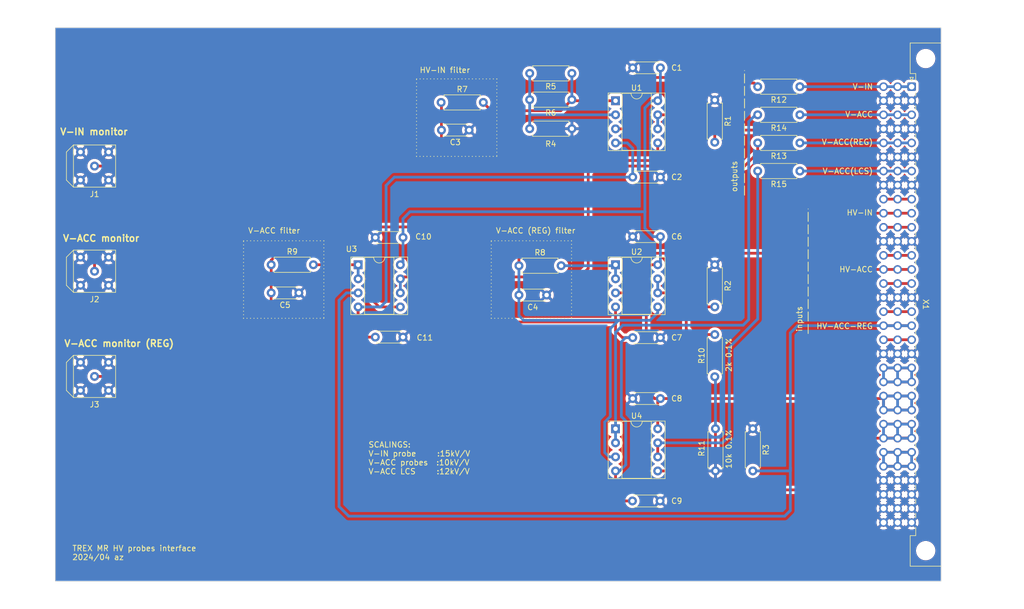
<source format=kicad_pcb>
(kicad_pcb (version 20221018) (generator pcbnew)

  (general
    (thickness 1.6)
  )

  (paper "A4")
  (layers
    (0 "F.Cu" signal)
    (31 "B.Cu" signal)
    (32 "B.Adhes" user "B.Adhesive")
    (33 "F.Adhes" user "F.Adhesive")
    (34 "B.Paste" user)
    (35 "F.Paste" user)
    (36 "B.SilkS" user "B.Silkscreen")
    (37 "F.SilkS" user "F.Silkscreen")
    (38 "B.Mask" user)
    (39 "F.Mask" user)
    (40 "Dwgs.User" user "User.Drawings")
    (41 "Cmts.User" user "User.Comments")
    (42 "Eco1.User" user "User.Eco1")
    (43 "Eco2.User" user "User.Eco2")
    (44 "Edge.Cuts" user)
    (45 "Margin" user)
    (46 "B.CrtYd" user "B.Courtyard")
    (47 "F.CrtYd" user "F.Courtyard")
    (48 "B.Fab" user)
    (49 "F.Fab" user)
    (50 "User.1" user)
    (51 "User.2" user)
    (52 "User.3" user)
    (53 "User.4" user)
    (54 "User.5" user)
    (55 "User.6" user)
    (56 "User.7" user)
    (57 "User.8" user)
    (58 "User.9" user)
  )

  (setup
    (stackup
      (layer "F.SilkS" (type "Top Silk Screen"))
      (layer "F.Paste" (type "Top Solder Paste"))
      (layer "F.Mask" (type "Top Solder Mask") (thickness 0.01))
      (layer "F.Cu" (type "copper") (thickness 0.035))
      (layer "dielectric 1" (type "core") (thickness 1.51) (material "FR4") (epsilon_r 4.5) (loss_tangent 0.02))
      (layer "B.Cu" (type "copper") (thickness 0.035))
      (layer "B.Mask" (type "Bottom Solder Mask") (thickness 0.01))
      (layer "B.Paste" (type "Bottom Solder Paste"))
      (layer "B.SilkS" (type "Bottom Silk Screen"))
      (copper_finish "None")
      (dielectric_constraints no)
    )
    (pad_to_mask_clearance 0)
    (pcbplotparams
      (layerselection 0x0001000_ffffffff)
      (plot_on_all_layers_selection 0x0000000_00000000)
      (disableapertmacros false)
      (usegerberextensions true)
      (usegerberattributes true)
      (usegerberadvancedattributes true)
      (creategerberjobfile false)
      (dashed_line_dash_ratio 12.000000)
      (dashed_line_gap_ratio 3.000000)
      (svgprecision 6)
      (plotframeref false)
      (viasonmask false)
      (mode 1)
      (useauxorigin false)
      (hpglpennumber 1)
      (hpglpenspeed 20)
      (hpglpendiameter 15.000000)
      (dxfpolygonmode true)
      (dxfimperialunits true)
      (dxfusepcbnewfont true)
      (psnegative false)
      (psa4output false)
      (plotreference true)
      (plotvalue true)
      (plotinvisibletext false)
      (sketchpadsonfab false)
      (subtractmaskfromsilk false)
      (outputformat 1)
      (mirror false)
      (drillshape 0)
      (scaleselection 1)
      (outputdirectory "gerber/")
    )
  )

  (net 0 "")
  (net 1 "+5V")
  (net 2 "GND")
  (net 3 "Net-(J1-In)")
  (net 4 "Net-(J2-In)")
  (net 5 "Net-(J3-In)")
  (net 6 "-15V")
  (net 7 "/HV-IN-PROBE")
  (net 8 "/HV-OUT-PROBE")
  (net 9 "/HV-OUT-PROBE(REG)")
  (net 10 "/V-IN")
  (net 11 "Net-(U1B--)")
  (net 12 "Net-(U3A--)")
  (net 13 "/V-ACC")
  (net 14 "+15V")
  (net 15 "+24V")
  (net 16 "/V-ACC-2")
  (net 17 "Net-(U3B--)")
  (net 18 "/V-ACC(REG)")
  (net 19 "unconnected-(X1-Pada9)")
  (net 20 "unconnected-(X1-Pada11)")
  (net 21 "unconnected-(X1-Pada13)")
  (net 22 "unconnected-(X1-Pada15)")
  (net 23 "unconnected-(X1-Pada17)")
  (net 24 "Net-(U1A--)")
  (net 25 "unconnected-(X1-Pada19)")
  (net 26 "Net-(U2A--)")
  (net 27 "Net-(U2B--)")
  (net 28 "Net-(R5-Pad1)")
  (net 29 "Net-(U4B-+)")
  (net 30 "Net-(U4A--)")
  (net 31 "Net-(U4B--)")

  (footprint "Resistor_THT:R_Axial_DIN0207_L6.3mm_D2.5mm_P7.62mm_Horizontal" (layer "F.Cu") (at 169.125 77.82 -90))

  (footprint "Resistor_THT:R_Axial_DIN0207_L6.3mm_D2.5mm_P7.62mm_Horizontal" (layer "F.Cu") (at 184.5 45.658 180))

  (footprint "Capacitor_THT:C_Disc_D4.3mm_W1.9mm_P5.00mm" (layer "F.Cu") (at 112.8 72.9 180))

  (footprint "Capacitor_THT:C_Disc_D4.3mm_W1.9mm_P5.00mm" (layer "F.Cu") (at 93.99 82.91 180))

  (footprint "my_library:VME_connector_41612" (layer "F.Cu") (at 222.576 84.794 -90))

  (footprint "Capacitor_THT:C_Disc_D4.3mm_W1.9mm_P5.00mm" (layer "F.Cu") (at 138.75 83.3 180))

  (footprint "Resistor_THT:R_Axial_DIN0207_L6.3mm_D2.5mm_P7.62mm_Horizontal" (layer "F.Cu") (at 135.69 53.25))

  (footprint "Package_DIP:DIP-8_W7.62mm_Socket" (layer "F.Cu") (at 151.2 77.83))

  (footprint "Package_DIP:DIP-8_W7.62mm_Socket" (layer "F.Cu") (at 104.7 77.83))

  (footprint "my library:LEMO_female_PCB" (layer "F.Cu") (at 57.08 60 180))

  (footprint "Resistor_THT:R_Axial_DIN0207_L6.3mm_D2.5mm_P7.62mm_Horizontal" (layer "F.Cu") (at 184.5 55.818 180))

  (footprint "Capacitor_THT:C_Disc_D4.3mm_W1.9mm_P5.00mm" (layer "F.Cu") (at 112.8 90.9 180))

  (footprint "Capacitor_THT:C_Disc_D4.3mm_W1.9mm_P5.00mm" (layer "F.Cu") (at 124.75 53.5 180))

  (footprint "Resistor_THT:R_Axial_DIN0207_L6.3mm_D2.5mm_P7.62mm_Horizontal" (layer "F.Cu") (at 88.99 77.83))

  (footprint "Capacitor_THT:C_Disc_D4.3mm_W1.9mm_P5.00mm" (layer "F.Cu") (at 159.25 120.5 180))

  (footprint "Resistor_THT:R_Axial_DIN0207_L6.3mm_D2.5mm_P7.62mm_Horizontal" (layer "F.Cu") (at 133.75 78))

  (footprint "Package_DIP:DIP-8_W7.62mm_Socket" (layer "F.Cu") (at 151.2 48.2))

  (footprint "Resistor_THT:R_Axial_DIN0207_L6.3mm_D2.5mm_P7.62mm_Horizontal" (layer "F.Cu") (at 184.5 50.738 180))

  (footprint "Resistor_THT:R_Axial_DIN0207_L6.3mm_D2.5mm_P7.62mm_Horizontal" (layer "F.Cu") (at 169.25 107.45 -90))

  (footprint "Capacitor_THT:C_Disc_D4.3mm_W1.9mm_P5.00mm" (layer "F.Cu") (at 159.3 72.75 180))

  (footprint "my library:LEMO_female_PCB" (layer "F.Cu") (at 57.08 79 180))

  (footprint "Resistor_THT:R_Axial_DIN0207_L6.3mm_D2.5mm_P7.62mm_Horizontal" (layer "F.Cu") (at 169.125 98.06 90))

  (footprint "Capacitor_THT:C_Disc_D4.3mm_W1.9mm_P5.00mm" (layer "F.Cu") (at 159.3 62 180))

  (footprint "Resistor_THT:R_Axial_DIN0207_L6.3mm_D2.5mm_P7.62mm_Horizontal" (layer "F.Cu") (at 143.31 48 180))

  (footprint "Resistor_THT:R_Axial_DIN0207_L6.3mm_D2.5mm_P7.62mm_Horizontal" (layer "F.Cu") (at 176 107.45 -90))

  (footprint "Capacitor_THT:C_Disc_D4.3mm_W1.9mm_P5.00mm" (layer "F.Cu") (at 159.3 91 180))

  (footprint "my library:LEMO_female_PCB" (layer "F.Cu") (at 57.08 98 180))

  (footprint "Package_DIP:DIP-8_W7.62mm_Socket" (layer "F.Cu") (at 151.2 107.46))

  (footprint "Resistor_THT:R_Axial_DIN0207_L6.3mm_D2.5mm_P7.62mm_Horizontal" (layer "F.Cu") (at 119.69 48.5))

  (footprint "Resistor_THT:R_Axial_DIN0207_L6.3mm_D2.5mm_P7.62mm_Horizontal" (layer "F.Cu") (at 143.31 43.25 180))

  (footprint "Capacitor_THT:C_Disc_D4.3mm_W1.9mm_P5.00mm" (layer "F.Cu") (at 159.3 102 180))

  (footprint "Capacitor_THT:C_Disc_D4.3mm_W1.9mm_P5.00mm" (layer "F.Cu") (at 159.3 42.25 180))

  (footprint "Resistor_THT:R_Axial_DIN0207_L6.3mm_D2.5mm_P7.62mm_Horizontal" (layer "F.Cu") (at 184.5 60.898 180))

  (footprint "Resistor_THT:R_Axial_DIN0207_L6.3mm_D2.5mm_P7.62mm_Horizontal" (layer "F.Cu") (at 169.125 48.075 -90))

  (gr_rect (start 128.75 73.5) (end 143.25 87.5)
    (stroke (width 0.15) (type dot)) (fill none) (layer "F.SilkS") (tstamp 203c793a-1b3b-4804-acf9-953c1a3f8bf5))
  (gr_line (start 174.5 65.25) (end 174.5 42.75)
    (stroke (width 0.15) (type dash)) (layer "F.SilkS") (tstamp 67822316-4cfe-42c6-adea-a30241d01068))
  (gr_rect (start 84 73.5) (end 98.5 87.5)
    (stroke (width 0.15) (type dot)) (fill none) (layer "F.SilkS") (tstamp 99ffab07-83e3-44ae-bc57-7b3eb4eacec9))
  (gr_line (start 186 90.25) (end 186 67.75)
    (stroke (width 0.15) (type dash)) (layer "F.SilkS") (tstamp 9eab0f34-70f5-48a8-9670-886d3d1bc6ee))
  (gr_rect (start 115.25 44.25) (end 129.75 58.25)
    (stroke (width 0.15) (type dot)) (fill none) (layer "F.SilkS") (tstamp dbaa1be3-c524-47ee-a952-b344fd01e679))
  (gr_rect locked (start 50 35) (end 210 135)
    (stroke (width 0.1) (type solid)) (fill none) (layer "Edge.Cuts") (tstamp 6c9b793c-e74d-4754-a2c0-901e73b26f1c))
  (gr_text "outputs" (at 173.25 64.75 90) (layer "F.SilkS") (tstamp 166ce3f7-3dbc-4a22-b49f-0f88da27943c)
    (effects (font (size 1 1) (thickness 0.15)) (justify left bottom))
  )
  (gr_text "V-ACC(LCS)" (at 188.52738 61.5) (layer "F.SilkS") (tstamp 1bc28940-e9c8-4215-b3cd-560ebabcc99f)
    (effects (font (size 1 1) (thickness 0.15)) (justify left bottom))
  )
  (gr_text "HV-IN" (at 197.75 69) (layer "F.SilkS") (tstamp 27203138-60f1-4ba2-8fcf-127ff2c75be0)
    (effects (font (size 1 1) (thickness 0.15)) (justify right bottom))
  )
  (gr_text "inputs" (at 185 90 90) (layer "F.SilkS") (tstamp 298c5511-9c73-422f-b73e-0dd50ee83745)
    (effects (font (size 1 1) (thickness 0.15)) (justify left bottom))
  )
  (gr_text "V-ACC monitor" (at 51.25 73.75) (layer "F.SilkS") (tstamp 2c5740fd-91e8-4b7f-af4f-6f3e1d942181)
    (effects (font (size 1.2 1.2) (thickness 0.25) bold) (justify left bottom))
  )
  (gr_text "V-ACC (REG) filter" (at 129.5 72.25) (layer "F.SilkS") (tstamp 38b77100-be4f-4782-b91e-a59b2717e621)
    (effects (font (size 1 1) (thickness 0.15)) (justify left bottom))
  )
  (gr_text "V-ACC monitor (REG)" (at 51.5 92.75) (layer "F.SilkS") (tstamp 4957e78d-ee12-4ca2-890e-6e62099f7bd9)
    (effects (font (size 1.2 1.2) (thickness 0.25) bold) (justify left bottom))
  )
  (gr_text "HV-ACC-REG" (at 197.75 89.5) (layer "F.SilkS") (tstamp 4daadf20-33e5-43ad-bed4-84aa8d4cd518)
    (effects (font (size 1 1) (thickness 0.15)) (justify right bottom))
  )
  (gr_text "TREX MR HV probes interface\n2024/04 az" (at 53 131.25) (layer "F.SilkS") (tstamp 5081598a-a570-41b9-8659-e9da1bda95b2)
    (effects (font (size 1 1) (thickness 0.15)) (justify left bottom))
  )
  (gr_text "V-IN monitor" (at 50.75 54.5) (layer "F.SilkS") (tstamp 6cbb5b63-4691-4e2c-a4cd-44ee613f7bce)
    (effects (font (size 1.2 1.2) (thickness 0.25) bold) (justify left bottom))
  )
  (gr_text "2k 0.1%" (at 172.25 97.25 90) (layer "F.SilkS") (tstamp 7a6b4825-f1b9-4ea9-82bd-d2e5d5f64ecc)
    (effects (font (size 1 1) (thickness 0.15)) (justify left bottom))
  )
  (gr_text "V-ACC(REG)" (at 188.384523 56.25) (layer "F.SilkS") (tstamp 7d203248-476f-4781-8444-4d997b3949a2)
    (effects (font (size 1 1) (thickness 0.15)) (justify left bottom))
  )
  (gr_text "10k 0.1%" (at 172.25 114.75 90) (layer "F.SilkS") (tstamp a2344c1b-1bcc-4037-af44-aa6373ac13b5)
    (effects (font (size 1 1) (thickness 0.15)) (justify left bottom))
  )
  (gr_text "HV-ACC" (at 197.75 79.25) (layer "F.SilkS") (tstamp a3456878-b860-499a-86c9-01e7ce51702a)
    (effects (font (size 1 1) (thickness 0.15)) (justify right bottom))
  )
  (gr_text "HV-IN filter" (at 115.75 43.25) (layer "F.SilkS") (tstamp b0d28054-58ac-4064-ac4c-9dacffbaf94e)
    (effects (font (size 1 1) (thickness 0.15)) (justify left bottom))
  )
  (gr_text "V-IN" (at 193.955953 46.25) (layer "F.SilkS") (tstamp eb29b75d-41b6-4758-9b64-4e391477955d)
    (effects (font (size 1 1) (thickness 0.15)) (justify left bottom))
  )
  (gr_text "V-ACC" (at 192.622619 51.25) (layer "F.SilkS") (tstamp eb4d37d4-95ad-431c-985a-8e9ba77ce41a)
    (effects (font (size 1 1) (thickness 0.15)) (justify left bottom))
  )
  (gr_text "SCALINGS:\nV-IN probe     :15kV/V\nV-ACC probes  :10kV/V\nV-ACC LCS     :12kV/V" (at 106.5 115.75) (layer "F.SilkS") (tstamp f0fb9832-945e-47d2-8799-25502737616f)
    (effects (font (size 1 1) (thickness 0.15)) (justify left bottom))
  )
  (gr_text "V-ACC filter" (at 84.75 72.25) (layer "F.SilkS") (tstamp f2cb1d3b-09ae-49cb-a80a-59bf8bc651c1)
    (effects (font (size 1 1) (thickness 0.15)) (justify left bottom))
  )

  (segment (start 199.611 96.458) (end 202.151 96.458) (width 0.5) (layer "F.Cu") (net 1) (tstamp 0a2c02a1-19a0-46eb-ad52-4b224200f595))
  (segment (start 199.611 98.998) (end 202.151 98.998) (width 0.5) (layer "F.Cu") (net 1) (tstamp 2dbc329c-ac41-400c-ad28-fb515b27465f))
  (segment (start 202.151 96.458) (end 204.691 96.458) (width 0.5) (layer "F.Cu") (net 1) (tstamp 9af5034b-8cd5-4113-851b-1311f0792674))
  (segment (start 202.151 98.998) (end 204.691 98.998) (width 0.5) (layer "F.Cu") (net 1) (tstamp b7bdd972-c50c-4fd9-9acf-c646390e7f40))
  (segment (start 199.611 98.998) (end 204.691 98.998) (width 0.5) (layer "B.Cu") (net 1) (tstamp 0f2d7e6a-fd6d-4bb2-843e-16fe19645711))
  (segment (start 202.151 96.458) (end 202.151 98.998) (width 0.5) (layer "B.Cu") (net 1) (tstamp 1d07f52d-c24c-4bd8-83b1-e1e71e43e194))
  (segment (start 204.691 96.458) (end 204.691 98.998) (width 0.5) (layer "B.Cu") (net 1) (tstamp a4573ee9-558b-4780-a536-668f0805d630))
  (segment (start 199.611 98.998) (end 199.611 96.458) (width 0.5) (layer "B.Cu") (net 1) (tstamp aa6ee97b-6d2a-4a3d-9c7f-7c60d9f0726e))
  (segment (start 199.611 96.458) (end 204.691 96.458) (width 0.5) (layer "B.Cu") (net 1) (tstamp d698dcc6-e849-4e95-9c5b-5aa940e30913))
  (segment (start 146.75 59) (end 145.75 60) (width 0.5) (layer "F.Cu") (net 3) (tstamp 3267273a-c338-47b6-8747-3c0f96e8a87e))
  (segment (start 158.82 57.93) (end 157.75 59) (width 0.5) (layer "F.Cu") (net 3) (tstamp 3a4df854-36bb-4e36-903e-528028d9cb16))
  (segment (start 119.75 59.75) (end 119.5 60) (width 0.5) (layer "F.Cu") (net 3) (tstamp 57bd5ba2-9ea8-4df3-86c7-647dc6e723c8))
  (segment (start 119.75 53.5) (end 119.75 48.56) (width 0.5) (layer "F.Cu") (net 3) (tstamp 614f3948-bb4a-4850-b77b-2d387b109ccc))
  (segment (start 119.5 60) (end 145.75 60) (width 0.5) (layer "F.Cu") (net 3) (tstamp 7046cbc2-452e-4a89-a905-1b550444d7d1))
  (segment (start 158.82 55.82) (end 158.82 57.93) (width 0.5) (layer "F.Cu") (net 3) (tstamp 7913ad07-dca1-4a3b-9c23-86ddfe4772be))
  (segment (start 119.75 53.5) (end 119.75 59.75) (width 0.5) (layer "F.Cu") (net 3) (tstamp 7bf14da5-f398-42d3-85fe-6013b52bcc9d))
  (segment (start 57.08 60) (end 119.5 60) (width 0.5) (layer "F.Cu") (net 3) (tstamp a7208c3e-b0b8-4861-8b77-4224d6e58697))
  (segment (start 119.75 48.56) (end 119.69 48.5) (width 0.5) (layer "F.Cu") (net 3) (tstamp a9810482-6801-4119-bff8-053874f5570e))
  (segment (start 157.75 59) (end 146.75 59) (width 0.5) (layer "F.Cu") (net 3) (tstamp cd82444e-2c71-4912-b9dd-00b5f6988596))
  (segment (start 133.75 73.25) (end 133.75 78) (width 0.5) (layer "F.Cu") (net 4) (tstamp 509731c2-c380-4fed-88d3-b7f3d9bd1783))
  (segment (start 57.08 73.67) (end 59.75 71) (width 0.5) (layer "F.Cu") (net 4) (tstamp 698ed74c-af17-4f10-af84-892c68746de1))
  (segment (start 131.5 71) (end 133.75 73.25) (width 0.5) (layer "F.Cu") (net 4) (tstamp 6a32f1ab-580c-4e13-98e2-4bbc5cf9c889))
  (segment (start 57.08 79) (end 57.08 73.67) (width 0.5) (layer "F.Cu") (net 4) (tstamp 6a63d1d7-5237-486b-836f-8b7dc2769ec4))
  (segment (start 59.75 71) (end 131.5 71) (width 0.5) (layer "F.Cu") (net 4) (tstamp 75dd1bb6-1a12-478b-bf21-5bbd953ab783))
  (segment (start 134.6185 87.8685) (end 151.75 87.8685) (width 0.5) (layer "B.Cu") (net 4) (tstamp 39e86db2-e519-42be-bc5e-f42583e38030))
  (segment (start 149.25 111.75) (end 149.25 106.25) (width 0.5) (layer "B.Cu") (net 4) (tstamp 3fab367f-748a-475f-9dfe-faf51f9947eb))
  (segment (start 149.25 106.25) (end 150.25 105.25) (width 0.5) (layer "B.Cu") (net 4) (tstamp 4aca573f-3663-477f-a0eb-2d39a71e70b0))
  (segment (start 151.2 112.54) (end 150.04 112.54) (width 0.5) (layer "B.Cu") (net 4) (tstamp 5df1f8d3-7592-4cc8-8942-dd954c80af66))
  (segment (start 133.75 87) (end 133.75 83.3) (width 0.5) (layer "B.Cu") (net 4) (tstamp 60334d27-d2bd-4c40-851e-b6173f618b2a))
  (segment (start 150.04 112.54) (end 149.25 111.75) (width 0.5) (layer "B.Cu") (net 4) (tstamp 6893109c-2efb-41e9-b2db-d76a832dde12))
  (segment (start 150.25 105.25) (end 150.25 89.3685) (width 0.5) (layer "B.Cu") (net 4) (tstamp 8298625d-35b1-40ef-b5cf-88cf6c9358d8))
  (segment (start 150.25 89.3685) (end 151.75 87.8685) (width 0.5) (layer "B.Cu") (net 4) (tstamp 831d72f8-0799-4503-b6c3-466282927688))
  (segment (start 134.6185 87.8685) (end 133.75 87) (width 0.5) (layer "B.Cu") (net 4) (tstamp 83a69b60-1fdd-43bc-b781-a3a3378bc7d6))
  (segment (start 151.75 87.8685) (end 157.4515 87.8685) (width 0.5) (layer "B.Cu") (net 4) (tstamp 86064574-f322-426d-b03f-e4685581f9fe))
  (segment (start 158.82 86.5) (end 158.82 85.45) (width 0.5) (layer "B.Cu") (net 4) (tstamp 901b12c4-e12f-4012-afcc-9099a4aac753))
  (segment (start 133.75 78) (end 133.75 83.3) (width 0.5) (layer "B.Cu") (net 4) (tstamp 94b7b4ab-7fc5-4dcd-b97b-4b5ae0584d1e))
  (segment (start 157.4515 87.8685) (end 158.82 86.5) (width 0.5) (layer "B.Cu") (net 4) (tstamp bdee8dd4-e5ce-41df-852a-2ae065b91473))
  (segment (start 90 76) (end 106 76) (width 0.5) (layer "F.Cu") (net 5) (tstamp 246f72ce-69dc-456e-98cf-1bac9266e734))
  (segment (start 107.25 84.1996) (end 108.5004 85.45) (width 0.5) (layer "F.Cu") (net 5) (tstamp 3e4a9bb9-872d-4156-bc90-d8c7954aaedf))
  (segment (start 107.25 77.25) (end 107.25 84.1996) (width 0.5) (layer "F.Cu") (net 5) (tstamp 4eaccdac-80b4-4552-9316-dc9de142d393))
  (segment (start 88.99 96.51) (end 88.99 82.91) (width 0.5) (layer "F.Cu") (net 5) (tstamp 8a624f30-41dc-457d-aa7b-baa66c1b0ded))
  (segment (start 108.5004 85.45) (end 112.32 85.45) (width 0.5) (layer "F.Cu") (net 5) (tstamp a1c95c7d-c9d5-483b-a774-8e7c3eee3c3b))
  (segment (start 88.99 77.01) (end 90 76) (width 0.5) (layer "F.Cu") (net 5) (tstamp bd42f870-9609-41e0-8663-862dd1d44250))
  (segment (start 106 76) (end 107.25 77.25) (width 0.5) (layer "F.Cu") (net 5) (tstamp c3cf73d3-5e9a-461a-af65-d9ba2e203ae9))
  (segment (start 88.99 82.91) (end 88.99 77.83) (width 0.5) (layer "F.Cu") (net 5) (tstamp c63b50e8-d013-47dc-8754-828ca2a48e9f))
  (segment (start 88.99 77.83) (end 88.99 77.01) (width 0.5) (layer "F.Cu") (net 5) (tstamp e4ab9d36-ecb3-411d-9530-00abb917506d))
  (segment (start 87.5 98) (end 88.99 96.51) (width 0.5) (layer "F.Cu") (net 5) (tstamp e73ec443-5cf0-4689-85d4-70bf3df723a4))
  (segment (start 57.08 98) (end 87.5 98) (width 0.5) (layer "F.Cu") (net 5) (tstamp f733b69d-1525-43d4-87a0-f5227ac43d7c))
  (segment (start 199.611 106.618) (end 202.151 106.618) (width 0.5) (layer "F.Cu") (net 6) (tstamp 1e73c93c-f906-4f13-96db-f2a1b5dd1f42))
  (segment (start 196.342 109.158) (end 204.691 109.158) (width 0.5) (layer "F.Cu") (net 6) (tstamp 2c6f4a4d-da9e-4b98-9fc3-007d8d3685d1))
  (segment (start 152 120.5) (end 154.25 120.5) (width 0.5) (layer "F.Cu") (net 6) (tstamp 3bb77a0d-ad18-4bc2-8a9f-292d1a796930))
  (segment (start 151.2 89.75) (end 151.2 88.175) (width 0.5) (layer "F.Cu") (net 6) (tstamp 463f5dfd-1f60-46db-a04a-03c56680d963))
  (segment (start 154.3 91) (end 152.45 91) (width 0.5) (layer "F.Cu") (net 6) (tstamp 4aa3f56d-e3cb-4dfe-9782-c53dcfdb892b))
  (segment (start 202.151 109.158) (end 199.611 109.158) (width 0.5) (layer "F.Cu") (net 6) (tstamp 4b5f946c-eb71-455a-8c06-742796d6a103))
  (segment (start 151.2 118.5) (end 151.2 119.7) (width 0.5) (layer "F.Cu") (net 6) (tstamp 4eb82fd8-33c3-439a-aa4a-19a8abd3eecb))
  (segment (start 151.2 85.45) (end 151.2 88.175) (width 0.5) (layer "F.Cu") (net 6) (tstamp 53ef6b45-98a2-44ef-9257-3ebb82fa859b))
  (segment (start 202.151 109.158) (end 204.691 109.158) (width 0.5) (layer "F.Cu") (net 6) (tstamp 65036443-5847-4ca1-9fe8-ca4267ed698a))
  (segment (start 202.151 106.618) (end 204.691 106.618) (width 0.5) (layer "F.Cu") (net 6) (tstamp 7235d0bc-97af-4453-8d9f-7eeb4c8df72f))
  (segment (start 195.5 110) (end 196.342 109.158) (width 0.5) (layer "F.Cu") (net 6) (tstamp 7e401317-2639-4094-8b14-0db02ee514dc))
  (segment (start 151.2 118.5) (end 194.75 118.5) (width 0.5) (layer "F.Cu") (net 6) (tstamp 877826f9-9d99-4df5-9e2d-bf5b65a0a004))
  (segment (start 194.75 118.5) (end 195.5 117.75) (width 0.5) (layer "F.Cu") (net 6) (tstamp 8b60a44d-05e4-4f6a-aa9a-eb4625686d14))
  (segment (start 151.2 88.175) (end 106.1 88.175) (width 0.5) (layer "F.Cu") (net 6) (tstamp 8c764707-6708-4685-b0fa-8b921f8e730e))
  (segment (start 104.7 86.775) (end 106.1 88.175) (width 0.5) (layer "F.Cu") (net 6) (tstamp 9e5f12cf-2b1d-43c9-8db1-34c8d1934990))
  (segment (start 195.5 117.75) (end 195.5 110) (width 0.5) (layer "F.Cu") (net 6) (tstamp b25cc8c1-8e15-4e3a-b10f-0147a9b8a5db))
  (segment (start 151.2 115.08) (end 151.2 118.5) (width 0.5) (layer "F.Cu") (net 6) (tstamp c07f34bb-6eb9-4eef-aaae-2ec3e506888b))
  (segment (start 104.7 90.2) (end 105.4 90.9) (width 0.5) (layer "F.Cu") (net 6) (tstamp c0f17753-3744-42c6-9c8f-fb5195a3933e))
  (segment (start 104.7 85.45) (end 104.7 90.2) (width 0.5) (layer "F.Cu") (net 6) (tstamp d4a7ba68-7384-485d-92a5-f72cb306dfc5))
  (segment (start 105.4 90.9) (end 107.8 90.9) (width 0.5) (layer "F.Cu") (net 6) (tstamp e4e875e5-6410-48c3-93be-a975bf2e841d))
  (segment (start 104.7 85.45) (end 104.7 86.775) (width 0.5) (layer "F.Cu") (net 6) (tstamp e79d95a1-1df1-42bd-b48c-188b32bb34b5))
  (segment (start 151.2 119.7) (end 152 120.5) (width 0.5) (layer "F.Cu") (net 6) (tstamp eb4857b8-801a-49d7-bf21-bd78fe545941))
  (segment (start 152.45 91) (end 151.2 89.75) (width 0.5) (layer "F.Cu") (net 6) (tstamp ffdf84aa-d84d-4ca7-9343-22646580169a))
  (segment (start 152.25 105.25) (end 153.0496 106.0496) (width 0.5) (layer "B.Cu") (net 6) (tstamp 0332c098-43d8-40fe-8113-6de6442e87f5))
  (segment (start 154.3 62) (end 111.25 62) (width 0.5) (layer "B.Cu") (net 6) (tstamp 051d2c37-ac4f-4325-b0c0-413652be3a41))
  (segment (start 199.611 106.618) (end 204.691 106.618) (width 0.5) (layer "B.Cu") (net 6) (tstamp 062ef7a2-27f8-4be5-b612-e5e146c8fcf1))
  (segment (start 109.75 63.5) (end 109.75 84.45) (width 0.5) (layer "B.Cu") (net 6) (tstamp 226e50ba-ecc0-4144-8b2e-2396499ded37))
  (segment (start 199.611 109.158) (end 204.691 109.158) (width 0.5) (layer "B.Cu") (net 6) (tstamp 23a7e02a-8963-4c02-a585-68733e0d0aec))
  (segment (start 154.3 56.8) (end 153.32 55.82) (width 0.5) (layer "B.Cu") (net 6) (tstamp 2b6a4326-6540-4a51-baec-cc08e4cbd7ad))
  (segment (start 204.691 106.618) (end 204.691 109.158) (width 0.5) (layer "B.Cu") (net 6) (tstamp 3fc4f1d1-9f37-44aa-9a24-e9afae98e367))
  (segment (start 154.3 91) (end 153 91) (width 0.5) (layer "B.Cu") (net 6) (tstamp 46210fcb-5aff-4a25-bf71-434ff4b481c7))
  (segment (start 108.75 85.45) (end 104.7 85.45) (width 0.5) (layer "B.Cu") (net 6) (tstamp 4719d851-bd01-43b2-ac22-86036f409b9d))
  (segment (start 199.611 109.158) (end 199.611 106.618) (width 0.5) (layer "B.Cu") (net 6) (tstamp 53605a4e-352c-424d-84b9-ac0c0513dcb8))
  (segment (start 111.25 62) (end 109.75 63.5) (width 0.5) (layer "B.Cu") (net 6) (tstamp 9311659f-d4cf-4aca-a59f-4913642a70c8))
  (segment (start 202.151 106.618) (end 202.151 109.158) (width 0.5) (layer "B.Cu") (net 6) (tstamp 953bca69-4137-4b84-b97b-c48c8308b688))
  (segment (start 154.3 62) (end 154.3 56.8) (width 0.5) (layer "B.Cu") (net 6) (tstamp 96c7e09e-ac28-4328-92dc-91b7e9272795))
  (segment (start 109.75 84.45) (end 108.75 85.45) (width 0.5) (layer "B.Cu") (net 6) (tstamp 9710c4f2-41fd-4d9d-ae8b-8209d86667b8))
  (segment (start 153.0496 113.9654) (end 151.935 115.08) (width 0.5) (layer "B.Cu") (net 6) (tstamp 9b36144e-678f-4d2f-b27d-894af46b0cf9))
  (segment (start 152.25 91.75) (end 152.25 105.25) (width 0.5) (layer "B.Cu") (net 6) (tstamp b94553c5-9904-414d-979d-c9115d434094))
  (segment (start 153.32 55.82) (end 151.2 55.82) (width 0.5) (layer "B.Cu") (net 6) (tstamp d10647bd-995a-4926-97f3-62f77715a96f))
  (segment (start 153 91) (end 152.25 91.75) (width 0.5) (layer "B.Cu") (net 6) (tstamp d8c8a44c-79e4-469f-9b7e-f51d77b158a3))
  (segment (start 153.0496 106.0496) (end 153.0496 113.9654) (width 0.5) (layer "B.Cu") (net 6) (tstamp e21768bb-de3d-42e6-8a69-fcb490c8dea9))
  (segment (start 151.935 115.08) (end 151.2 115.08) (width 0.5) (layer "B.Cu") (net 6) (tstamp f6cc1097-b455-40ee-be79-f47ca071efaa))
  (segment (start 199.611 68.518) (end 185.528 68.518) (width 0.5) (layer "F.Cu") (net 7) (tstamp 0094a432-15b4-41ac-b42b-e4c63f2e20fd))
  (segment (start 182.76 65.75) (end 182.76 53.5) (width 0.5) (layer "F.Cu") (net 7) (tstamp 3595f6e8-76b3-484d-b9b9-6edb71e95fc1))
  (segment (start 154.5 45.5) (end 156 44) (width 0.5) (layer "F.Cu") (net 7) (tstamp 57832359-b61b-431a-a226-299385ff8cfc))
  (segment (start 182.76 45.5) (end 182.76 53.5) (width 0.5) (layer "F.Cu") (net 7) (tstamp 5881c9cc-8646-49bd-be46-1cddcdcb5bd4))
  (segment (start 153.72 53.28) (end 154.5 52.5) (width 0.5) (layer "F.Cu") (net 7) (tstamp 5c9255a8-f123-451d-a97b-229038bee025))
  (segment (start 169.125 54.125) (end 169.125 55.695) (width 0.5) (layer "F.Cu") (net 7) (tstamp 74e76353-637d-4439-81f1-14a52b6cb9ca))
  (segment (start 185.528 68.518) (end 182.76 65.75) (width 0.5) (layer "F.Cu") (net 7) (tstamp 8c1507cf-ebfa-49f7-8c7a-93e36e73264c))
  (segment (start 181.26 44) (end 182.76 45.5) (width 0.5) (layer "F.Cu") (net 7) (tstamp c9c4637f-98e7-4e76-8ba3-3cb7389e7ae4))
  (segment (start 156 44) (end 181.26 44) (width 0.5) (layer "F.Cu") (net 7) (tstamp d3a724f8-bcd0-4bb4-9026-7a40d7557045))
  (segment (start 202.151 68.518) (end 204.691 68.518) (width 0.5) (layer "F.Cu") (net 7) (tstamp d94ddd39-4ab3-4423-bf04-095bc2d98657))
  (segment (start 154.5 52.5) (end 154.5 45.5) (width 0.5) (layer "F.Cu") (net 7) (tstamp df555e47-083f-4ef0-9b88-1538c949feef))
  (segment (start 151.2 53.28) (end 153.72 53.28) (width 0.5) (layer "F.Cu") (net 7) (tstamp e8d799d8-88ef-4a82-a1a6-e6f78c96bd4a))
  (segment (start 169.75 53.5) (end 169.125 54.125) (width 0.5) (layer "F.Cu") (net 7) (tstamp f5babf48-810e-4664-92de-98f1f8e9a3a6))
  (segment (start 202.151 68.518) (end 199.611 68.518) (width 0.5) (layer "F.Cu") (net 7) (tstamp f5c33751-e73d-41b7-945b-2f2c506bef6f))
  (segment (start 182.76 53.5) (end 169.75 53.5) (width 0.5) (layer "F.Cu") (net 7) (tstamp fe77925e-9866-478a-80b3-e37d817323b4))
  (segment (start 165.75 84.5) (end 166.69 85.44) (width 0.5) (layer "F.Cu") (net 8) (tstamp 00482066-37fd-490d-8a7d-b99ce0eb5fdf))
  (segment (start 199.611 78.678) (end 185.678 78.678) (width 0.5) (layer "F.Cu") (net 8) (tstamp 22072603-ad22-4494-9d00-72b5a59de3dd))
  (segment (start 151.2 82.91) (end 153.59 82.91) (width 0.5) (layer "F.Cu") (net 8) (tstamp 286488bd-d1b4-47dc-b8f6-0581227309fc))
  (segment (start 202.151 78.678) (end 199.611 78.678) (width 0.5) (layer "F.Cu") (net 8) (tstamp 389e9f3c-d96e-4500-bb60-132cfb09bb40))
  (segment (start 202.151 78.678) (end 204.691 78.678) (width 0.5) (layer "F.Cu") (n
... [641339 chars truncated]
</source>
